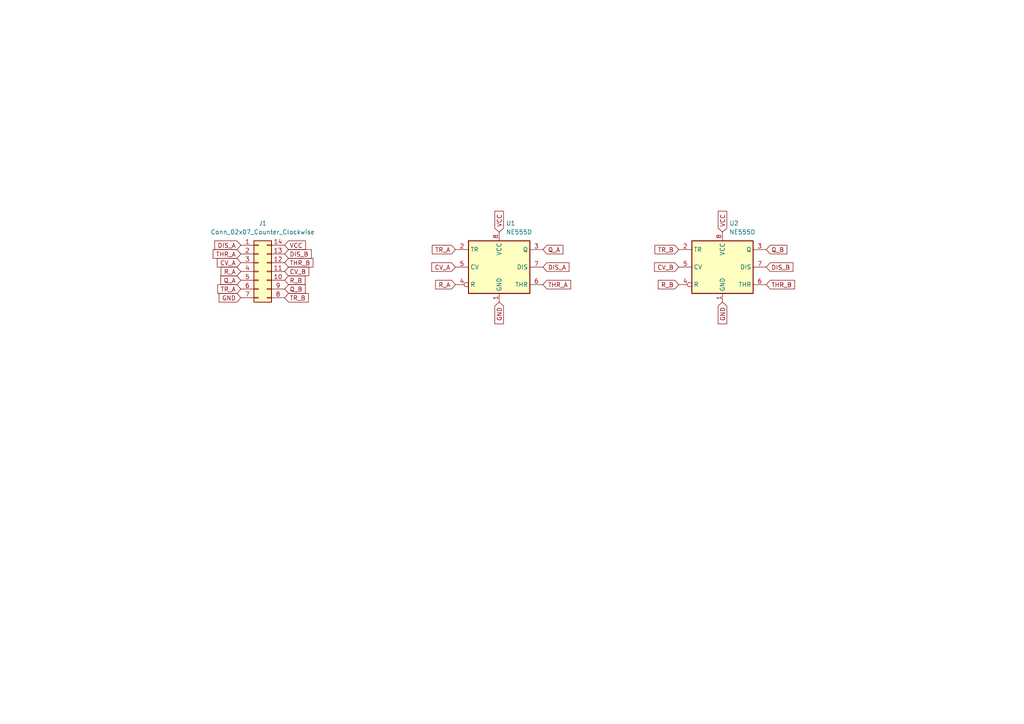
<source format=kicad_sch>
(kicad_sch (version 20230121) (generator eeschema)
  (paper "A4")
  (lib_symbols
    (symbol "Connector_Generic:Conn_02x07_Counter_Clockwise" (pin_names (offset 1.016) hide)
      (property "Reference" "J" (at 1.27 10.16 0))
      (property "Value" "Conn_02x07_Counter_Clockwise" (at 1.27 -10.16 0))
      (symbol "Conn_02x07_Counter_Clockwise_1_1"
        (rectangle (start -1.27 -7.493) (end 0 -7.747) (stroke (width 0.1524)))
        (rectangle (start -1.27 -4.953) (end 0 -5.207) (stroke (width 0.1524)))
        (rectangle (start -1.27 -2.413) (end 0 -2.667) (stroke (width 0.1524)))
        (rectangle (start -1.27 0.127) (end 0 -0.127) (stroke (width 0.1524)))
        (rectangle (start -1.27 2.667) (end 0 2.413) (stroke (width 0.1524)))
        (rectangle (start -1.27 5.207) (end 0 4.953) (stroke (width 0.1524)))
        (rectangle (start -1.27 7.747) (end 0 7.493) (stroke (width 0.1524)))
        (rectangle (start -1.27 8.89) (end 3.81 -8.89) (stroke (width 0.254)) (fill (type background)))
        (rectangle (start 3.81 -7.493) (end 2.54 -7.747) (stroke (width 0.1524)))
        (rectangle (start 3.81 -4.953) (end 2.54 -5.207) (stroke (width 0.1524)))
        (rectangle (start 3.81 -2.413) (end 2.54 -2.667) (stroke (width 0.1524)))
        (rectangle (start 3.81 0.127) (end 2.54 -0.127) (stroke (width 0.1524)))
        (rectangle (start 3.81 2.667) (end 2.54 2.413) (stroke (width 0.1524)))
        (rectangle (start 3.81 5.207) (end 2.54 4.953) (stroke (width 0.1524)))
        (rectangle (start 3.81 7.747) (end 2.54 7.493) (stroke (width 0.1524)))
        (pin passive line (at -5.08 7.62 0) (length 3.81) (name "Pin_1") (number "1"))
        (pin passive line (at 7.62 -2.54 180) (length 3.81) (name "Pin_10") (number "10"))
        (pin passive line (at 7.62 0 180) (length 3.81) (name "Pin_11") (number "11"))
        (pin passive line (at 7.62 2.54 180) (length 3.81) (name "Pin_12") (number "12"))
        (pin passive line (at 7.62 5.08 180) (length 3.81) (name "Pin_13") (number "13"))
        (pin passive line (at 7.62 7.62 180) (length 3.81) (name "Pin_14") (number "14"))
        (pin passive line (at -5.08 5.08 0) (length 3.81) (name "Pin_2") (number "2"))
        (pin passive line (at -5.08 2.54 0) (length 3.81) (name "Pin_3") (number "3"))
        (pin passive line (at -5.08 0 0) (length 3.81) (name "Pin_4") (number "4"))
        (pin passive line (at -5.08 -2.54 0) (length 3.81) (name "Pin_5") (number "5"))
        (pin passive line (at -5.08 -5.08 0) (length 3.81) (name "Pin_6") (number "6"))
        (pin passive line (at -5.08 -7.62 0) (length 3.81) (name "Pin_7") (number "7"))
        (pin passive line (at 7.62 -7.62 180) (length 3.81) (name "Pin_8") (number "8"))
        (pin passive line (at 7.62 -5.08 180) (length 3.81) (name "Pin_9") (number "9"))
      )
    )
    (symbol "Timer:NE555D"
      (property "Reference" "U" (at -10.16 8.89 0))
      (property "Value" "NE555D" (at 2.54 8.89 0))
      (symbol "NE555D_0_0"
        (pin power_in line (at 0 -10.16 90) (length 2.54) (name "GND") (number "1"))
        (pin power_in line (at 0 10.16 270) (length 2.54) (name "VCC") (number "8"))
      )
      (symbol "NE555D_0_1"
        (rectangle (start -8.89 -7.62) (end 8.89 7.62) (stroke (width 0.254)) (fill (type background)))
        (rectangle (start -8.89 -7.62) (end 8.89 7.62) (stroke (width 0.254)) (fill (type background)))
      )
      (symbol "NE555D_1_1"
        (pin input line (at -12.7 5.08 0) (length 3.81) (name "TR") (number "2"))
        (pin output line (at 12.7 5.08 180) (length 3.81) (name "Q") (number "3"))
        (pin input inverted (at -12.7 -5.08 0) (length 3.81) (name "R") (number "4"))
        (pin input line (at -12.7 0 0) (length 3.81) (name "CV") (number "5"))
        (pin input line (at 12.7 -5.08 180) (length 3.81) (name "THR") (number "6"))
        (pin input line (at 12.7 0 180) (length 3.81) (name "DIS") (number "7"))
      )
    )
  )
  (global_label "R_B" (shape input) (at 196.85 82.55 180) (property "Intersheetrefs" "${INTERSHEET_REFS}" (effects hide)))
  (global_label "THR_B" (shape input) (at 222.25 82.55 0) (property "Intersheetrefs" "${INTERSHEET_REFS}" (effects hide)))
  (global_label "R_A" (shape input) (at 132.08 82.55 180) (property "Intersheetrefs" "${INTERSHEET_REFS}" (effects hide)))
  (global_label "DIS_B" (shape input) (at 222.25 77.47 0) (property "Intersheetrefs" "${INTERSHEET_REFS}" (effects hide)))
  (global_label "VCC" (shape input) (at 82.55 71.12 0) (property "Intersheetrefs" "${INTERSHEET_REFS}" (effects hide)))
  (global_label "DIS_B" (shape input) (at 82.55 73.66 0) (property "Intersheetrefs" "${INTERSHEET_REFS}" (effects hide)))
  (global_label "TR_B" (shape input) (at 196.85 72.39 180) (property "Intersheetrefs" "${INTERSHEET_REFS}" (effects hide)))
  (global_label "GND" (shape input) (at 209.55 87.63 270) (property "Intersheetrefs" "${INTERSHEET_REFS}" (effects hide)))
  (global_label "R_A" (shape input) (at 69.85 78.74 180) (property "Intersheetrefs" "${INTERSHEET_REFS}" (effects hide)))
  (global_label "Q_B" (shape input) (at 222.25 72.39 0) (property "Intersheetrefs" "${INTERSHEET_REFS}" (effects hide)))
  (global_label "THR_A" (shape input) (at 157.48 82.55 0) (property "Intersheetrefs" "${INTERSHEET_REFS}" (effects hide)))
  (global_label "R_B" (shape input) (at 82.55 81.28 0) (property "Intersheetrefs" "${INTERSHEET_REFS}" (effects hide)))
  (global_label "CV_A" (shape input) (at 132.08 77.47 180) (property "Intersheetrefs" "${INTERSHEET_REFS}" (effects hide)))
  (global_label "THR_A" (shape input) (at 69.85 73.66 180) (property "Intersheetrefs" "${INTERSHEET_REFS}" (effects hide)))
  (global_label "DIS_A" (shape input) (at 157.48 77.47 0) (property "Intersheetrefs" "${INTERSHEET_REFS}" (effects hide)))
  (global_label "Q_A" (shape input) (at 69.85 81.28 180) (property "Intersheetrefs" "${INTERSHEET_REFS}" (effects hide)))
  (global_label "VCC" (shape input) (at 144.78 67.31 90) (property "Intersheetrefs" "${INTERSHEET_REFS}" (effects hide)))
  (global_label "Q_B" (shape input) (at 82.55 83.82 0) (property "Intersheetrefs" "${INTERSHEET_REFS}" (effects hide)))
  (global_label "GND" (shape input) (at 69.85 86.36 180) (property "Intersheetrefs" "${INTERSHEET_REFS}" (effects hide)))
  (global_label "THR_B" (shape input) (at 82.55 76.2 0) (property "Intersheetrefs" "${INTERSHEET_REFS}" (effects hide)))
  (global_label "DIS_A" (shape input) (at 69.85 71.12 180) (property "Intersheetrefs" "${INTERSHEET_REFS}" (effects hide)))
  (global_label "TR_B" (shape input) (at 82.55 86.36 0) (property "Intersheetrefs" "${INTERSHEET_REFS}" (effects hide)))
  (global_label "CV_B" (shape input) (at 196.85 77.47 180) (property "Intersheetrefs" "${INTERSHEET_REFS}" (effects hide)))
  (global_label "CV_B" (shape input) (at 82.55 78.74 0) (property "Intersheetrefs" "${INTERSHEET_REFS}" (effects hide)))
  (global_label "CV_A" (shape input) (at 69.85 76.2 180) (property "Intersheetrefs" "${INTERSHEET_REFS}" (effects hide)))
  (global_label "TR_A" (shape input) (at 132.08 72.39 180) (property "Intersheetrefs" "${INTERSHEET_REFS}" (effects hide)))
  (global_label "TR_A" (shape input) (at 69.85 83.82 180) (property "Intersheetrefs" "${INTERSHEET_REFS}" (effects hide)))
  (global_label "Q_A" (shape input) (at 157.48 72.39 0) (property "Intersheetrefs" "${INTERSHEET_REFS}" (effects hide)))
  (global_label "VCC" (shape input) (at 209.55 67.31 90) (property "Intersheetrefs" "${INTERSHEET_REFS}" (effects hide)))
  (global_label "GND" (shape input) (at 144.78 87.63 270) (property "Intersheetrefs" "${INTERSHEET_REFS}" (effects hide)))
  (symbol (lib_id "Timer:NE555D") (at 144.78 77.47 0) (unit 1)
    (property "Reference" "U1" (at 146.7359 64.77 0) (effects (justify left)))
    (property "Value" "NE555D" (at 146.7359 67.31 0) (effects (justify left)))
    (property "Footprint" "Package_SO:SOIC-8_3.9x4.9mm_P1.27mm" (effects hide))
    (property "Datasheet" "http://www.ti.com/lit/ds/symlink/ne555.pdf" (effects hide))
  )
  (symbol (lib_id "Timer:NE555D") (at 209.55 77.47 0) (unit 1)
    (property "Reference" "U2" (at 211.5059 64.77 0) (effects (justify left)))
    (property "Value" "NE555D" (at 211.5059 67.31 0) (effects (justify left)))
    (property "Footprint" "Package_SO:SOIC-8_3.9x4.9mm_P1.27mm" (effects hide))
    (property "Datasheet" "http://www.ti.com/lit/ds/symlink/ne555.pdf" (effects hide))
  )
  (symbol (lib_id "Connector_Generic:Conn_02x07_Counter_Clockwise") (at 74.93 78.74 0) (unit 1)
    (property "Reference" "J1" (at 76.2 64.77 0))
    (property "Value" "Conn_02x07_Counter_Clockwise" (at 76.2 67.31 0))
    (property "Footprint" "Package_DIP:DIP-14_W7.62mm_Socket" (effects hide))
  )
)
</source>
